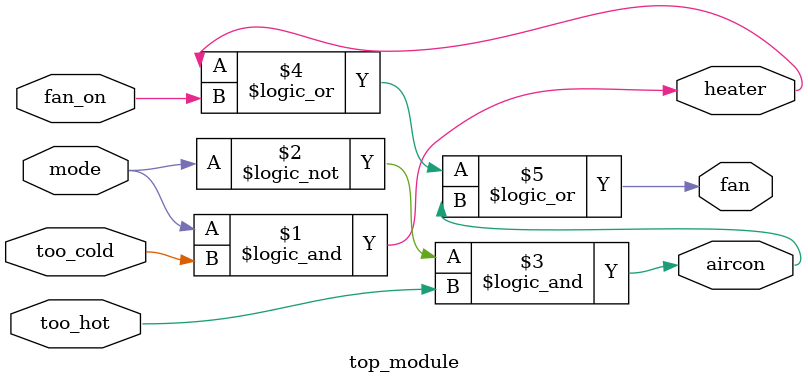
<source format=v>
module top_module (
    input too_cold,
    input too_hot,
    input mode,
    input fan_on,
    output heater,
    output aircon,
    output fan
); 
    assign heater=mode&&too_cold,aircon=(!mode)&&too_hot,fan=heater ||fan_on ||aircon;
endmodule
</source>
